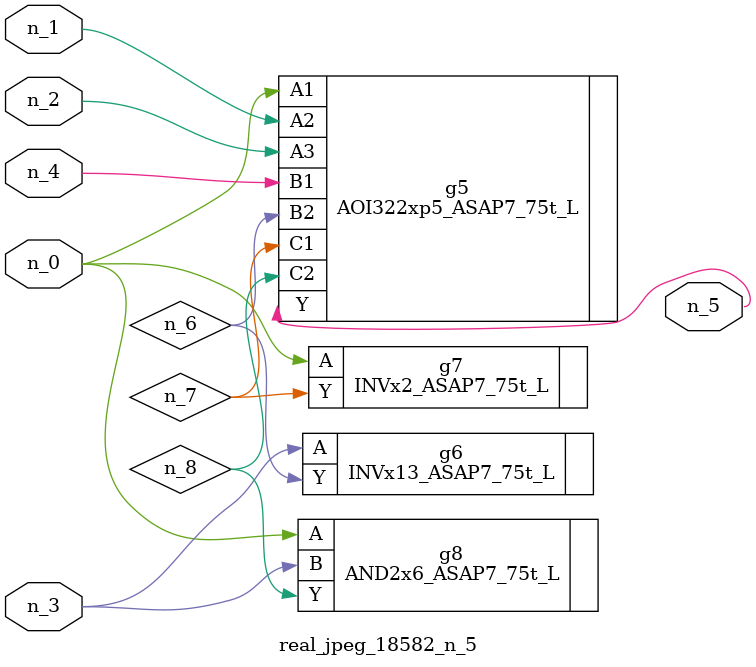
<source format=v>
module real_jpeg_18582_n_5 (n_4, n_0, n_1, n_2, n_3, n_5);

input n_4;
input n_0;
input n_1;
input n_2;
input n_3;

output n_5;

wire n_8;
wire n_6;
wire n_7;

AOI322xp5_ASAP7_75t_L g5 ( 
.A1(n_0),
.A2(n_1),
.A3(n_2),
.B1(n_4),
.B2(n_6),
.C1(n_7),
.C2(n_8),
.Y(n_5)
);

INVx2_ASAP7_75t_L g7 ( 
.A(n_0),
.Y(n_7)
);

AND2x6_ASAP7_75t_L g8 ( 
.A(n_0),
.B(n_3),
.Y(n_8)
);

INVx13_ASAP7_75t_L g6 ( 
.A(n_3),
.Y(n_6)
);


endmodule
</source>
